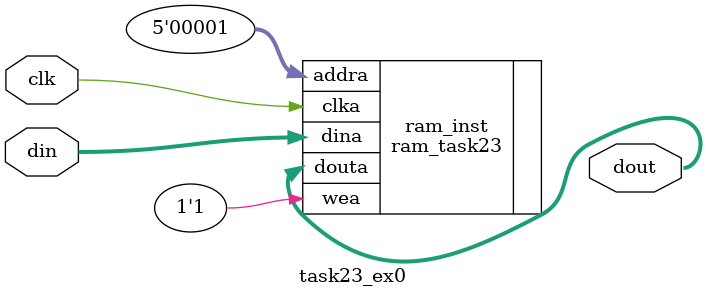
<source format=v>

`timescale 1ns / 1ps

module task23_ex0(
    input clk,
    input [3:0]din,
    output [3:0]dout
);

    ram_task23 ram_inst(
        .addra(5'b00001),
        .clka(clk),
        .dina(din),
        .douta(dout),
        .wea(1'b1)
    );

endmodule // task23_ex0

</source>
